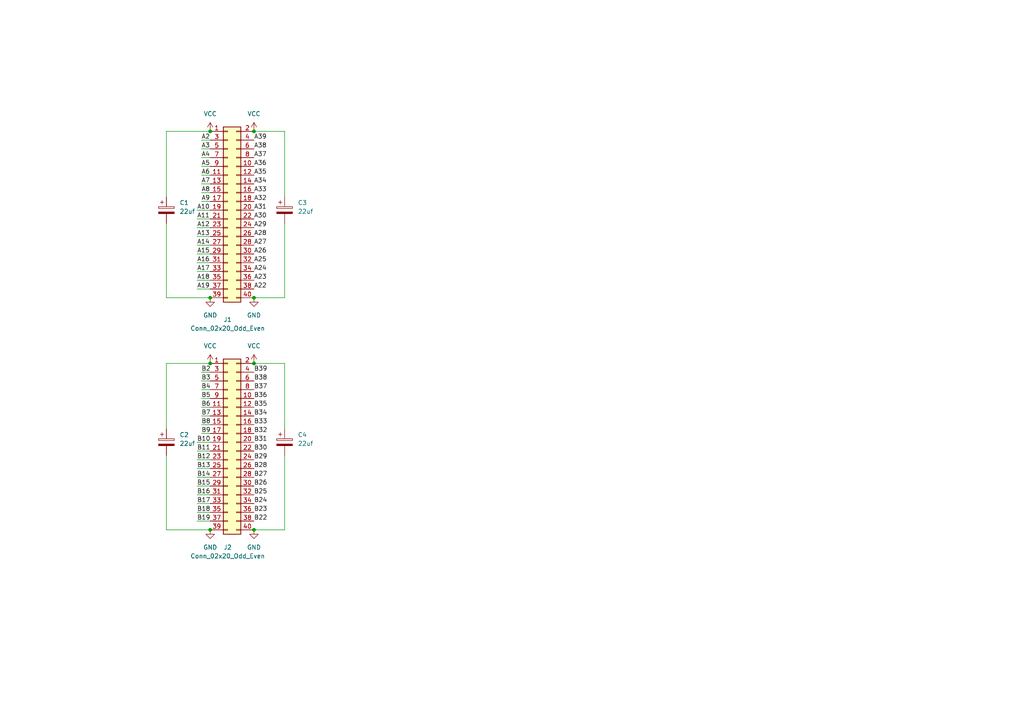
<source format=kicad_sch>
(kicad_sch (version 20211123) (generator eeschema)
  (paper "A4")
  (lib_symbols
    (symbol "Connector_Generic:Conn_02x20_Odd_Even" (pin_names (offset 1.016) hide)
      (property "Reference" "J" (at 1.27 25.4 0))
      (property "Value" "Conn_02x20_Odd_Even" (at 1.27 -27.94 0))
      (symbol "Conn_02x20_Odd_Even_1_1"
        (rectangle (start -1.27 -25.273) (end 0 -25.527) (stroke (width 0.1524)))
        (rectangle (start -1.27 -22.733) (end 0 -22.987) (stroke (width 0.1524)))
        (rectangle (start -1.27 -20.193) (end 0 -20.447) (stroke (width 0.1524)))
        (rectangle (start -1.27 -17.653) (end 0 -17.907) (stroke (width 0.1524)))
        (rectangle (start -1.27 -15.113) (end 0 -15.367) (stroke (width 0.1524)))
        (rectangle (start -1.27 -12.573) (end 0 -12.827) (stroke (width 0.1524)))
        (rectangle (start -1.27 -10.033) (end 0 -10.287) (stroke (width 0.1524)))
        (rectangle (start -1.27 -7.493) (end 0 -7.747) (stroke (width 0.1524)))
        (rectangle (start -1.27 -4.953) (end 0 -5.207) (stroke (width 0.1524)))
        (rectangle (start -1.27 -2.413) (end 0 -2.667) (stroke (width 0.1524)))
        (rectangle (start -1.27 0.127) (end 0 -0.127) (stroke (width 0.1524)))
        (rectangle (start -1.27 2.667) (end 0 2.413) (stroke (width 0.1524)))
        (rectangle (start -1.27 5.207) (end 0 4.953) (stroke (width 0.1524)))
        (rectangle (start -1.27 7.747) (end 0 7.493) (stroke (width 0.1524)))
        (rectangle (start -1.27 10.287) (end 0 10.033) (stroke (width 0.1524)))
        (rectangle (start -1.27 12.827) (end 0 12.573) (stroke (width 0.1524)))
        (rectangle (start -1.27 15.367) (end 0 15.113) (stroke (width 0.1524)))
        (rectangle (start -1.27 17.907) (end 0 17.653) (stroke (width 0.1524)))
        (rectangle (start -1.27 20.447) (end 0 20.193) (stroke (width 0.1524)))
        (rectangle (start -1.27 22.987) (end 0 22.733) (stroke (width 0.1524)))
        (rectangle (start -1.27 24.13) (end 3.81 -26.67) (stroke (width 0.254)) (fill (type background)))
        (rectangle (start 3.81 -25.273) (end 2.54 -25.527) (stroke (width 0.1524)))
        (rectangle (start 3.81 -22.733) (end 2.54 -22.987) (stroke (width 0.1524)))
        (rectangle (start 3.81 -20.193) (end 2.54 -20.447) (stroke (width 0.1524)))
        (rectangle (start 3.81 -17.653) (end 2.54 -17.907) (stroke (width 0.1524)))
        (rectangle (start 3.81 -15.113) (end 2.54 -15.367) (stroke (width 0.1524)))
        (rectangle (start 3.81 -12.573) (end 2.54 -12.827) (stroke (width 0.1524)))
        (rectangle (start 3.81 -10.033) (end 2.54 -10.287) (stroke (width 0.1524)))
        (rectangle (start 3.81 -7.493) (end 2.54 -7.747) (stroke (width 0.1524)))
        (rectangle (start 3.81 -4.953) (end 2.54 -5.207) (stroke (width 0.1524)))
        (rectangle (start 3.81 -2.413) (end 2.54 -2.667) (stroke (width 0.1524)))
        (rectangle (start 3.81 0.127) (end 2.54 -0.127) (stroke (width 0.1524)))
        (rectangle (start 3.81 2.667) (end 2.54 2.413) (stroke (width 0.1524)))
        (rectangle (start 3.81 5.207) (end 2.54 4.953) (stroke (width 0.1524)))
        (rectangle (start 3.81 7.747) (end 2.54 7.493) (stroke (width 0.1524)))
        (rectangle (start 3.81 10.287) (end 2.54 10.033) (stroke (width 0.1524)))
        (rectangle (start 3.81 12.827) (end 2.54 12.573) (stroke (width 0.1524)))
        (rectangle (start 3.81 15.367) (end 2.54 15.113) (stroke (width 0.1524)))
        (rectangle (start 3.81 17.907) (end 2.54 17.653) (stroke (width 0.1524)))
        (rectangle (start 3.81 20.447) (end 2.54 20.193) (stroke (width 0.1524)))
        (rectangle (start 3.81 22.987) (end 2.54 22.733) (stroke (width 0.1524)))
        (pin passive line (at -5.08 22.86 0) (length 3.81) (name "Pin_1") (number "1"))
        (pin passive line (at 7.62 12.7 180) (length 3.81) (name "Pin_10") (number "10"))
        (pin passive line (at -5.08 10.16 0) (length 3.81) (name "Pin_11") (number "11"))
        (pin passive line (at 7.62 10.16 180) (length 3.81) (name "Pin_12") (number "12"))
        (pin passive line (at -5.08 7.62 0) (length 3.81) (name "Pin_13") (number "13"))
        (pin passive line (at 7.62 7.62 180) (length 3.81) (name "Pin_14") (number "14"))
        (pin passive line (at -5.08 5.08 0) (length 3.81) (name "Pin_15") (number "15"))
        (pin passive line (at 7.62 5.08 180) (length 3.81) (name "Pin_16") (number "16"))
        (pin passive line (at -5.08 2.54 0) (length 3.81) (name "Pin_17") (number "17"))
        (pin passive line (at 7.62 2.54 180) (length 3.81) (name "Pin_18") (number "18"))
        (pin passive line (at -5.08 0 0) (length 3.81) (name "Pin_19") (number "19"))
        (pin passive line (at 7.62 22.86 180) (length 3.81) (name "Pin_2") (number "2"))
        (pin passive line (at 7.62 0 180) (length 3.81) (name "Pin_20") (number "20"))
        (pin passive line (at -5.08 -2.54 0) (length 3.81) (name "Pin_21") (number "21"))
        (pin passive line (at 7.62 -2.54 180) (length 3.81) (name "Pin_22") (number "22"))
        (pin passive line (at -5.08 -5.08 0) (length 3.81) (name "Pin_23") (number "23"))
        (pin passive line (at 7.62 -5.08 180) (length 3.81) (name "Pin_24") (number "24"))
        (pin passive line (at -5.08 -7.62 0) (length 3.81) (name "Pin_25") (number "25"))
        (pin passive line (at 7.62 -7.62 180) (length 3.81) (name "Pin_26") (number "26"))
        (pin passive line (at -5.08 -10.16 0) (length 3.81) (name "Pin_27") (number "27"))
        (pin passive line (at 7.62 -10.16 180) (length 3.81) (name "Pin_28") (number "28"))
        (pin passive line (at -5.08 -12.7 0) (length 3.81) (name "Pin_29") (number "29"))
        (pin passive line (at -5.08 20.32 0) (length 3.81) (name "Pin_3") (number "3"))
        (pin passive line (at 7.62 -12.7 180) (length 3.81) (name "Pin_30") (number "30"))
        (pin passive line (at -5.08 -15.24 0) (length 3.81) (name "Pin_31") (number "31"))
        (pin passive line (at 7.62 -15.24 180) (length 3.81) (name "Pin_32") (number "32"))
        (pin passive line (at -5.08 -17.78 0) (length 3.81) (name "Pin_33") (number "33"))
        (pin passive line (at 7.62 -17.78 180) (length 3.81) (name "Pin_34") (number "34"))
        (pin passive line (at -5.08 -20.32 0) (length 3.81) (name "Pin_35") (number "35"))
        (pin passive line (at 7.62 -20.32 180) (length 3.81) (name "Pin_36") (number "36"))
        (pin passive line (at -5.08 -22.86 0) (length 3.81) (name "Pin_37") (number "37"))
        (pin passive line (at 7.62 -22.86 180) (length 3.81) (name "Pin_38") (number "38"))
        (pin passive line (at -5.08 -25.4 0) (length 3.81) (name "Pin_39") (number "39"))
        (pin passive line (at 7.62 20.32 180) (length 3.81) (name "Pin_4") (number "4"))
        (pin passive line (at 7.62 -25.4 180) (length 3.81) (name "Pin_40") (number "40"))
        (pin passive line (at -5.08 17.78 0) (length 3.81) (name "Pin_5") (number "5"))
        (pin passive line (at 7.62 17.78 180) (length 3.81) (name "Pin_6") (number "6"))
        (pin passive line (at -5.08 15.24 0) (length 3.81) (name "Pin_7") (number "7"))
        (pin passive line (at 7.62 15.24 180) (length 3.81) (name "Pin_8") (number "8"))
        (pin passive line (at -5.08 12.7 0) (length 3.81) (name "Pin_9") (number "9"))
      )
    )
    (symbol "Device:C_Polarized" (pin_numbers hide) (pin_names (offset 0.254))
      (property "Reference" "C" (at 0.635 2.54 0))
      (property "Value" "C_Polarized" (at 0.635 -2.54 0))
      (symbol "C_Polarized_0_1"
        (rectangle (start -2.286 0.508) (end 2.286 1.016))
        (polyline (pts (xy -1.778 2.286) (xy -0.762 2.286)))
        (polyline (pts (xy -1.27 2.794) (xy -1.27 1.778)))
        (rectangle (start 2.286 -0.508) (end -2.286 -1.016) (fill (type outline)))
      )
      (symbol "C_Polarized_1_1"
        (pin passive line (at 0 3.81 270) (length 2.794) (name "~") (number "1"))
        (pin passive line (at 0 -3.81 90) (length 2.794) (name "~") (number "2"))
      )
    )
    (symbol "power:GND" (power) (pin_names (offset 0))
      (property "Value" "GND" (at 0 -3.81 0))
      (symbol "GND_0_1"
        (polyline (pts (xy 0 0) (xy 0 -1.27) (xy 1.27 -1.27) (xy 0 -2.54) (xy -1.27 -1.27) (xy 0 -1.27)))
      )
      (symbol "GND_1_1"
        (pin power_in line (at 0 0 270) (length 0) hide (name "GND") (number "1"))
      )
    )
    (symbol "power:VCC" (power) (pin_names (offset 0))
      (property "Value" "VCC" (at 0 3.81 0))
      (symbol "VCC_0_1"
        (polyline (pts (xy -0.762 1.27) (xy 0 2.54)))
        (polyline (pts (xy 0 0) (xy 0 2.54)))
        (polyline (pts (xy 0 2.54) (xy 0.762 1.27)))
      )
      (symbol "VCC_1_1"
        (pin power_in line (at 0 0 90) (length 0) hide (name "VCC") (number "1"))
      )
    )
  )
  (junction (at 73.66 153.67))
  (junction (at 60.96 105.41))
  (junction (at 60.96 153.67))
  (junction (at 73.66 38.1))
  (junction (at 60.96 38.1))
  (junction (at 73.66 105.41))
  (junction (at 60.96 86.36))
  (junction (at 73.66 86.36))
  (wire (pts (xy 58.42 53.34) (xy 60.96 53.34)))
  (wire (pts (xy 57.15 66.04) (xy 60.96 66.04)))
  (wire (pts (xy 48.26 132.08) (xy 48.26 153.67)))
  (wire (pts (xy 58.42 120.65) (xy 60.96 120.65)))
  (wire (pts (xy 58.42 125.73) (xy 60.96 125.73)))
  (wire (pts (xy 58.42 50.8) (xy 60.96 50.8)))
  (wire (pts (xy 48.26 153.67) (xy 60.96 153.67)))
  (wire (pts (xy 48.26 57.15) (xy 48.26 38.1)))
  (wire (pts (xy 58.42 48.26) (xy 60.96 48.26)))
  (wire (pts (xy 57.15 78.74) (xy 60.96 78.74)))
  (wire (pts (xy 57.15 83.82) (xy 60.96 83.82)))
  (wire (pts (xy 57.15 71.12) (xy 60.96 71.12)))
  (wire (pts (xy 57.15 73.66) (xy 60.96 73.66)))
  (wire (pts (xy 48.26 86.36) (xy 60.96 86.36)))
  (wire (pts (xy 57.15 60.96) (xy 60.96 60.96)))
  (wire (pts (xy 48.26 38.1) (xy 60.96 38.1)))
  (wire (pts (xy 58.42 43.18) (xy 60.96 43.18)))
  (wire (pts (xy 82.55 86.36) (xy 82.55 64.77)))
  (wire (pts (xy 58.42 115.57) (xy 60.96 115.57)))
  (wire (pts (xy 57.15 133.35) (xy 60.96 133.35)))
  (wire (pts (xy 57.15 148.59) (xy 60.96 148.59)))
  (wire (pts (xy 73.66 38.1) (xy 82.55 38.1)))
  (wire (pts (xy 57.15 146.05) (xy 60.96 146.05)))
  (wire (pts (xy 57.15 138.43) (xy 60.96 138.43)))
  (wire (pts (xy 57.15 140.97) (xy 60.96 140.97)))
  (wire (pts (xy 58.42 58.42) (xy 60.96 58.42)))
  (wire (pts (xy 58.42 45.72) (xy 60.96 45.72)))
  (wire (pts (xy 57.15 63.5) (xy 60.96 63.5)))
  (wire (pts (xy 82.55 105.41) (xy 82.55 124.46)))
  (wire (pts (xy 58.42 113.03) (xy 60.96 113.03)))
  (wire (pts (xy 48.26 105.41) (xy 60.96 105.41)))
  (wire (pts (xy 57.15 130.81) (xy 60.96 130.81)))
  (wire (pts (xy 58.42 123.19) (xy 60.96 123.19)))
  (wire (pts (xy 82.55 38.1) (xy 82.55 57.15)))
  (wire (pts (xy 57.15 128.27) (xy 60.96 128.27)))
  (wire (pts (xy 58.42 55.88) (xy 60.96 55.88)))
  (wire (pts (xy 82.55 153.67) (xy 82.55 132.08)))
  (wire (pts (xy 57.15 76.2) (xy 60.96 76.2)))
  (wire (pts (xy 58.42 107.95) (xy 60.96 107.95)))
  (wire (pts (xy 58.42 40.64) (xy 60.96 40.64)))
  (wire (pts (xy 57.15 81.28) (xy 60.96 81.28)))
  (wire (pts (xy 73.66 153.67) (xy 82.55 153.67)))
  (wire (pts (xy 57.15 143.51) (xy 60.96 143.51)))
  (wire (pts (xy 73.66 105.41) (xy 82.55 105.41)))
  (wire (pts (xy 57.15 68.58) (xy 60.96 68.58)))
  (wire (pts (xy 58.42 118.11) (xy 60.96 118.11)))
  (wire (pts (xy 48.26 124.46) (xy 48.26 105.41)))
  (wire (pts (xy 48.26 64.77) (xy 48.26 86.36)))
  (wire (pts (xy 58.42 110.49) (xy 60.96 110.49)))
  (wire (pts (xy 57.15 151.13) (xy 60.96 151.13)))
  (wire (pts (xy 73.66 86.36) (xy 82.55 86.36)))
  (wire (pts (xy 57.15 135.89) (xy 60.96 135.89)))
  (label "A27" (at 73.66 71.12 0))
  (label "A6" (at 58.42 50.8 0))
  (label "A5" (at 58.42 48.26 0))
  (label "B31" (at 73.66 128.27 0))
  (label "B2" (at 58.42 107.95 0))
  (label "B5" (at 58.42 115.57 0))
  (label "B34" (at 73.66 120.65 0))
  (label "A26" (at 73.66 73.66 0))
  (label "B18" (at 57.15 148.59 0))
  (label "B39" (at 73.66 107.95 0))
  (label "B29" (at 73.66 133.35 0))
  (label "A16" (at 57.15 76.2 0))
  (label "B17" (at 57.15 146.05 0))
  (label "A25" (at 73.66 76.2 0))
  (label "A33" (at 73.66 55.88 0))
  (label "B25" (at 73.66 143.51 0))
  (label "B8" (at 58.42 123.19 0))
  (label "A22" (at 73.66 83.82 0))
  (label "A14" (at 57.15 71.12 0))
  (label "A18" (at 57.15 81.28 0))
  (label "A24" (at 73.66 78.74 0))
  (label "A8" (at 58.42 55.88 0))
  (label "A35" (at 73.66 50.8 0))
  (label "A39" (at 73.66 40.64 0))
  (label "A17" (at 57.15 78.74 0))
  (label "A29" (at 73.66 66.04 0))
  (label "B32" (at 73.66 125.73 0))
  (label "A32" (at 73.66 58.42 0))
  (label "B15" (at 57.15 140.97 0))
  (label "B27" (at 73.66 138.43 0))
  (label "A9" (at 58.42 58.42 0))
  (label "A37" (at 73.66 45.72 0))
  (label "B14" (at 57.15 138.43 0))
  (label "A28" (at 73.66 68.58 0))
  (label "B11" (at 57.15 130.81 0))
  (label "B38" (at 73.66 110.49 0))
  (label "A30" (at 73.66 63.5 0))
  (label "A2" (at 58.42 40.64 0))
  (label "A11" (at 57.15 63.5 0))
  (label "B19" (at 57.15 151.13 0))
  (label "B10" (at 57.15 128.27 0))
  (label "A34" (at 73.66 53.34 0))
  (label "B26" (at 73.66 140.97 0))
  (label "A15" (at 57.15 73.66 0))
  (label "A36" (at 73.66 48.26 0))
  (label "A3" (at 58.42 43.18 0))
  (label "B12" (at 57.15 133.35 0))
  (label "B23" (at 73.66 148.59 0))
  (label "A12" (at 57.15 66.04 0))
  (label "A31" (at 73.66 60.96 0))
  (label "A4" (at 58.42 45.72 0))
  (label "B16" (at 57.15 143.51 0))
  (label "B22" (at 73.66 151.13 0))
  (label "B7" (at 58.42 120.65 0))
  (label "B13" (at 57.15 135.89 0))
  (label "A10" (at 57.15 60.96 0))
  (label "B33" (at 73.66 123.19 0))
  (label "A19" (at 57.15 83.82 0))
  (label "B28" (at 73.66 135.89 0))
  (label "B37" (at 73.66 113.03 0))
  (label "A13" (at 57.15 68.58 0))
  (label "B9" (at 58.42 125.73 0))
  (label "B35" (at 73.66 118.11 0))
  (label "B6" (at 58.42 118.11 0))
  (label "B24" (at 73.66 146.05 0))
  (label "A38" (at 73.66 43.18 0))
  (label "B3" (at 58.42 110.49 0))
  (label "B30" (at 73.66 130.81 0))
  (label "B36" (at 73.66 115.57 0))
  (label "A7" (at 58.42 53.34 0))
  (label "B4" (at 58.42 113.03 0))
  (label "A23" (at 73.66 81.28 0))
  (symbol (lib_id "power:GND") (at 73.66 153.67 0) (unit 1)
    (property "Reference" "#PWR08" (effects hide))
    (property "Value" "GND" (at 73.66 158.75 0))
  )
  (symbol (lib_id "power:VCC") (at 60.96 38.1 0) (unit 1)
    (property "Reference" "#PWR01" (effects hide))
    (property "Value" "VCC" (at 60.96 33.02 0))
  )
  (symbol (lib_id "Connector_Generic:Conn_02x20_Odd_Even") (at 66.04 60.96 0) (unit 1)
    (property "Reference" "J1" (at 66.04 92.71 0))
    (property "Value" "Conn_02x20_Odd_Even" (at 66.04 95.25 0))
    (property "Footprint" "Connector_PinSocket_2.54mm:PinSocket_2x20_P2.54mm_Vertical" (effects hide))
  )
  (symbol (lib_id "Device:C_Polarized") (at 48.26 128.27 0) (unit 1)
    (property "Reference" "C2" (at 52.07 126.1109 0) (effects (justify left)))
    (property "Value" "22uf" (at 52.07 128.6509 0) (effects (justify left)))
    (property "Footprint" "Capacitor_THT:CP_Radial_D4.0mm_P2.00mm" (effects hide))
  )
  (symbol (lib_id "Device:C_Polarized") (at 48.26 60.96 0) (unit 1)
    (property "Reference" "C1" (at 52.07 58.8009 0) (effects (justify left)))
    (property "Value" "22uf" (at 52.07 61.3409 0) (effects (justify left)))
    (property "Footprint" "Capacitor_THT:CP_Radial_D4.0mm_P2.00mm" (effects hide))
  )
  (symbol (lib_id "power:GND") (at 73.66 86.36 0) (unit 1)
    (property "Reference" "#PWR06" (effects hide))
    (property "Value" "GND" (at 73.66 91.44 0))
  )
  (symbol (lib_id "Device:C_Polarized") (at 82.55 128.27 0) (unit 1)
    (property "Reference" "C4" (at 86.36 126.1109 0) (effects (justify left)))
    (property "Value" "22uf" (at 86.36 128.6509 0) (effects (justify left)))
    (property "Footprint" "Capacitor_THT:CP_Radial_D4.0mm_P2.00mm" (effects hide))
  )
  (symbol (lib_id "power:VCC") (at 60.96 105.41 0) (unit 1)
    (property "Reference" "#PWR03" (effects hide))
    (property "Value" "VCC" (at 60.96 100.33 0))
  )
  (symbol (lib_id "power:VCC") (at 73.66 38.1 0) (unit 1)
    (property "Reference" "#PWR05" (effects hide))
    (property "Value" "VCC" (at 73.66 33.02 0))
  )
  (symbol (lib_id "Device:C_Polarized") (at 82.55 60.96 0) (unit 1)
    (property "Reference" "C3" (at 86.36 58.8009 0) (effects (justify left)))
    (property "Value" "22uf" (at 86.36 61.3409 0) (effects (justify left)))
    (property "Footprint" "Capacitor_THT:CP_Radial_D4.0mm_P2.00mm" (effects hide))
  )
  (symbol (lib_id "power:GND") (at 60.96 153.67 0) (unit 1)
    (property "Reference" "#PWR04" (effects hide))
    (property "Value" "GND" (at 60.96 158.75 0))
  )
  (symbol (lib_id "power:VCC") (at 73.66 105.41 0) (unit 1)
    (property "Reference" "#PWR07" (effects hide))
    (property "Value" "VCC" (at 73.66 100.33 0))
  )
  (symbol (lib_id "Connector_Generic:Conn_02x20_Odd_Even") (at 66.04 128.27 0) (unit 1)
    (property "Reference" "J2" (at 66.04 158.75 0))
    (property "Value" "Conn_02x20_Odd_Even" (at 66.04 161.29 0))
    (property "Footprint" "Connector_PinSocket_2.54mm:PinSocket_2x20_P2.54mm_Vertical" (effects hide))
  )
  (symbol (lib_id "power:GND") (at 60.96 86.36 0) (unit 1)
    (property "Reference" "#PWR02" (effects hide))
    (property "Value" "GND" (at 60.96 91.44 0))
  )
)
</source>
